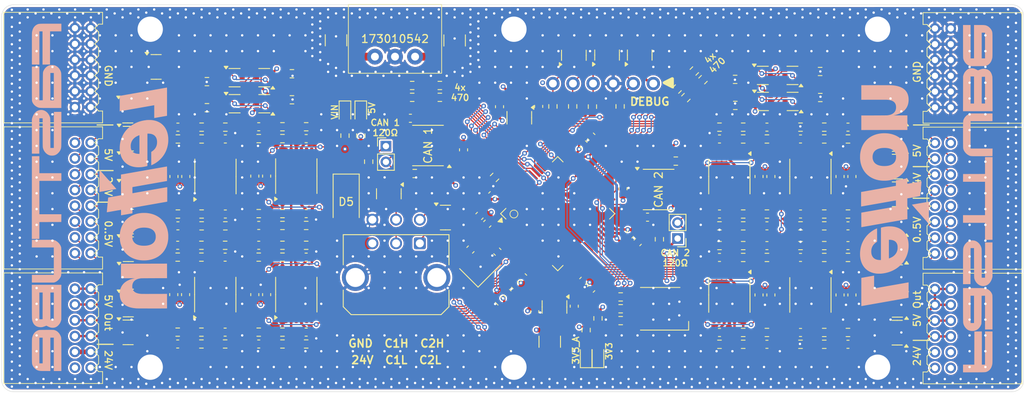
<source format=kicad_pcb>
(kicad_pcb
	(version 20240108)
	(generator "pcbnew")
	(generator_version "8.0")
	(general
		(thickness 1.6)
		(legacy_teardrops no)
	)
	(paper "A4")
	(layers
		(0 "F.Cu" signal)
		(1 "In1.Cu" signal)
		(2 "In2.Cu" signal)
		(31 "B.Cu" signal)
		(32 "B.Adhes" user "B.Adhesive")
		(33 "F.Adhes" user "F.Adhesive")
		(34 "B.Paste" user)
		(35 "F.Paste" user)
		(36 "B.SilkS" user "B.Silkscreen")
		(37 "F.SilkS" user "F.Silkscreen")
		(38 "B.Mask" user)
		(39 "F.Mask" user)
		(40 "Dwgs.User" user "User.Drawings")
		(41 "Cmts.User" user "User.Comments")
		(42 "Eco1.User" user "User.Eco1")
		(43 "Eco2.User" user "User.Eco2")
		(44 "Edge.Cuts" user)
		(45 "Margin" user)
		(46 "B.CrtYd" user "B.Courtyard")
		(47 "F.CrtYd" user "F.Courtyard")
		(48 "B.Fab" user)
		(49 "F.Fab" user)
		(50 "User.1" user)
		(51 "User.2" user)
		(52 "User.3" user)
		(53 "User.4" user)
		(54 "User.5" user)
		(55 "User.6" user)
		(56 "User.7" user)
		(57 "User.8" user)
		(58 "User.9" user)
	)
	(setup
		(stackup
			(layer "F.SilkS"
				(type "Top Silk Screen")
			)
			(layer "F.Paste"
				(type "Top Solder Paste")
			)
			(layer "F.Mask"
				(type "Top Solder Mask")
				(color "Black")
				(thickness 0.01)
			)
			(layer "F.Cu"
				(type "copper")
				(thickness 0.035)
			)
			(layer "dielectric 1"
				(type "prepreg")
				(thickness 0.1)
				(material "FR4")
				(epsilon_r 4.5)
				(loss_tangent 0.02)
			)
			(layer "In1.Cu"
				(type "copper")
				(thickness 0.035)
			)
			(layer "dielectric 2"
				(type "core")
				(thickness 1.24)
				(material "FR4")
				(epsilon_r 4.5)
				(loss_tangent 0.02)
			)
			(layer "In2.Cu"
				(type "copper")
				(thickness 0.035)
			)
			(layer "dielectric 3"
				(type "prepreg")
				(thickness 0.1)
				(material "FR4")
				(epsilon_r 4.5)
				(loss_tangent 0.02)
			)
			(layer "B.Cu"
				(type "copper")
				(thickness 0.035)
			)
			(layer "B.Mask"
				(type "Bottom Solder Mask")
				(color "Black")
				(thickness 0.01)
			)
			(layer "B.Paste"
				(type "Bottom Solder Paste")
			)
			(layer "B.SilkS"
				(type "Bottom Silk Screen")
			)
			(copper_finish "None")
			(dielectric_constraints no)
		)
		(pad_to_mask_clearance 0)
		(allow_soldermask_bridges_in_footprints no)
		(pcbplotparams
			(layerselection 0x00010fc_ffffffff)
			(plot_on_all_layers_selection 0x0000000_00000000)
			(disableapertmacros no)
			(usegerberextensions no)
			(usegerberattributes yes)
			(usegerberadvancedattributes yes)
			(creategerberjobfile yes)
			(dashed_line_dash_ratio 12.000000)
			(dashed_line_gap_ratio 3.000000)
			(svgprecision 4)
			(plotframeref no)
			(viasonmask no)
			(mode 1)
			(useauxorigin no)
			(hpglpennumber 1)
			(hpglpenspeed 20)
			(hpglpendiameter 15.000000)
			(pdf_front_fp_property_popups yes)
			(pdf_back_fp_property_popups yes)
			(dxfpolygonmode yes)
			(dxfimperialunits yes)
			(dxfusepcbnewfont yes)
			(psnegative no)
			(psa4output no)
			(plotreference yes)
			(plotvalue yes)
			(plotfptext yes)
			(plotinvisibletext no)
			(sketchpadsonfab no)
			(subtractmaskfromsilk no)
			(outputformat 1)
			(mirror no)
			(drillshape 1)
			(scaleselection 1)
			(outputdirectory "")
		)
	)
	(net 0 "")
	(net 1 "GND")
	(net 2 "/A8")
	(net 3 "/WS1")
	(net 4 "/A11")
	(net 5 "/A7")
	(net 6 "/A1")
	(net 7 "/STATUS1")
	(net 8 "/A5")
	(net 9 "/A12")
	(net 10 "/D2")
	(net 11 "+3V3")
	(net 12 "/A14")
	(net 13 "/A10")
	(net 14 "/SWDIO")
	(net 15 "/WS2")
	(net 16 "/A13")
	(net 17 "/A16")
	(net 18 "/SWCLK")
	(net 19 "/D5")
	(net 20 "/D1")
	(net 21 "/CAN2_TX")
	(net 22 "/A15")
	(net 23 "/A6")
	(net 24 "/D4")
	(net 25 "/STATUS2")
	(net 26 "/CAN1_RX")
	(net 27 "/A4")
	(net 28 "/CAN1_TX")
	(net 29 "/CAN2_RX")
	(net 30 "/A3")
	(net 31 "/A9")
	(net 32 "/A2")
	(net 33 "/D6")
	(net 34 "/D3")
	(net 35 "Net-(C4-Pad1)")
	(net 36 "Net-(U3A-+)")
	(net 37 "Net-(U3D-+)")
	(net 38 "Net-(U3A--)")
	(net 39 "Net-(U3D--)")
	(net 40 "Net-(U4A-+)")
	(net 41 "Net-(U4D-+)")
	(net 42 "Net-(U4A--)")
	(net 43 "Net-(U4D--)")
	(net 44 "Net-(U5A-+)")
	(net 45 "Net-(U5D-+)")
	(net 46 "Net-(U5A--)")
	(net 47 "Net-(U5D--)")
	(net 48 "Net-(U6A-+)")
	(net 49 "Net-(U6D-+)")
	(net 50 "Net-(U6A--)")
	(net 51 "Net-(C19-Pad1)")
	(net 52 "Net-(U6D--)")
	(net 53 "Net-(C38-Pad1)")
	(net 54 "Net-(U3B-+)")
	(net 55 "Net-(U3C-+)")
	(net 56 "Net-(U4B-+)")
	(net 57 "Net-(U4C-+)")
	(net 58 "Net-(U5B-+)")
	(net 59 "Net-(U5C-+)")
	(net 60 "Net-(U6B-+)")
	(net 61 "Net-(U6C-+)")
	(net 62 "+5V")
	(net 63 "/SWO")
	(net 64 "/NRST")
	(net 65 "/STATUS_B")
	(net 66 "/STATUS_G")
	(net 67 "/STATUS_R")
	(net 68 "Net-(U12-STB)")
	(net 69 "/CAN1_H")
	(net 70 "/CAN1_L")
	(net 71 "/CAN2_L")
	(net 72 "/CAN2_H")
	(net 73 "Net-(U2-PH1)")
	(net 74 "Net-(U2-PH0)")
	(net 75 "Net-(C20-Pad1)")
	(net 76 "Net-(C25-Pad1)")
	(net 77 "Net-(C26-Pad1)")
	(net 78 "Net-(C31-Pad1)")
	(net 79 "Net-(C32-Pad1)")
	(net 80 "Net-(C37-Pad1)")
	(net 81 "Net-(D2-A1)")
	(net 82 "Net-(D2-A2)")
	(net 83 "Net-(D3-A1)")
	(net 84 "Net-(D3-A2)")
	(net 85 "Net-(D4-AR)")
	(net 86 "Net-(D4-AB)")
	(net 87 "Net-(D4-AG)")
	(net 88 "Net-(JP3-A)")
	(net 89 "Net-(JP4-A)")
	(net 90 "Net-(U2-BOOT0)")
	(net 91 "Net-(U11-STB)")
	(net 92 "unconnected-(U1-NC-Pad5)")
	(net 93 "unconnected-(U1-NC-Pad4)")
	(net 94 "unconnected-(U2-PC13-Pad2)")
	(net 95 "unconnected-(U2-PC14-Pad3)")
	(net 96 "unconnected-(U2-PC15-Pad4)")
	(net 97 "+24V")
	(net 98 "/JR1")
	(net 99 "/JR2")
	(net 100 "/JR3")
	(net 101 "/JR4")
	(net 102 "/JR6")
	(net 103 "/JR5")
	(net 104 "/JR7")
	(net 105 "/JR8")
	(net 106 "/JR9")
	(net 107 "/JR10")
	(net 108 "/JR11")
	(net 109 "/JR12")
	(net 110 "/JR13")
	(net 111 "/JR14")
	(net 112 "/JR16")
	(net 113 "/JR15")
	(net 114 "/JL2")
	(net 115 "/JL1")
	(net 116 "/JL3")
	(net 117 "/JL4")
	(net 118 "/JL5")
	(net 119 "/JL6")
	(net 120 "/JL7")
	(net 121 "/JL8")
	(net 122 "/JL9")
	(net 123 "/JL10")
	(net 124 "/JL11")
	(net 125 "/JL12")
	(net 126 "/JL13")
	(net 127 "/JL14")
	(net 128 "/JL15")
	(net 129 "/JL16")
	(net 130 "+24V_IN")
	(net 131 "Net-(U10C-+)")
	(net 132 "Net-(U10B-+)")
	(net 133 "Net-(U10D--)")
	(net 134 "Net-(C62-Pad1)")
	(net 135 "Net-(C61-Pad1)")
	(net 136 "Net-(U10A--)")
	(net 137 "Net-(U10D-+)")
	(net 138 "Net-(U10A-+)")
	(net 139 "Net-(C56-Pad1)")
	(net 140 "Net-(C55-Pad1)")
	(net 141 "Net-(C50-Pad1)")
	(net 142 "Net-(C49-Pad1)")
	(net 143 "Net-(C44-Pad1)")
	(net 144 "Net-(C43-Pad1)")
	(net 145 "Net-(U9C-+)")
	(net 146 "Net-(U9B-+)")
	(net 147 "Net-(U8C-+)")
	(net 148 "Net-(U8B-+)")
	(net 149 "Net-(U7C-+)")
	(net 150 "Net-(U7B-+)")
	(net 151 "Net-(U9D--)")
	(net 152 "Net-(U9A--)")
	(net 153 "Net-(U9D-+)")
	(net 154 "Net-(U9A-+)")
	(net 155 "Net-(U8D--)")
	(net 156 "Net-(U8A--)")
	(net 157 "Net-(U8D-+)")
	(net 158 "Net-(U8A-+)")
	(net 159 "Net-(U7D--)")
	(net 160 "Net-(U7A--)")
	(net 161 "Net-(U7D-+)")
	(net 162 "Net-(U7A-+)")
	(net 163 "unconnected-(D1-A2-Pad2)")
	(net 164 "Net-(D14-A)")
	(net 165 "Net-(D16-A)")
	(net 166 "Net-(D18-A)")
	(net 167 "/PWM2_2")
	(net 168 "/PWM1_1")
	(net 169 "/PWM1_2")
	(net 170 "/PWM1_3")
	(net 171 "/PWM3_1")
	(net 172 "/PWM3_2")
	(net 173 "/PWM1_4")
	(net 174 "/PWM2_1")
	(net 175 "+3V3_A")
	(net 176 "unconnected-(U14-NC-Pad4)")
	(net 177 "unconnected-(U14-NC-Pad5)")
	(net 178 "Net-(D20-A)")
	(footprint "Capacitor_SMD:C_0603_1608Metric" (layer "F.Cu") (at 157.526866 106.646284 135))
	(footprint "Resistor_SMD:R_0603_1608Metric" (layer "F.Cu") (at 182.368303 115.126183 180))
	(footprint "Resistor_SMD:R_0603_1608Metric" (layer "F.Cu") (at 192.618303 115.126183 180))
	(footprint "Resistor_SMD:R_0603_1608Metric" (layer "F.Cu") (at 163.8 84.999479 -90))
	(footprint "Capacitor_SMD:C_0603_1608Metric" (layer "F.Cu") (at 130.093303 104.086183))
	(footprint "Resistor_SMD:R_0603_1608Metric" (layer "F.Cu") (at 198.618303 113.626183))
	(footprint "Resistor_SMD:R_0603_1608Metric" (layer "F.Cu") (at 124.093303 113.586183 180))
	(footprint "Resistor_SMD:R_0603_1608Metric" (layer "F.Cu") (at 137 88.7 90))
	(footprint "Resistor_SMD:R_0603_1608Metric" (layer "F.Cu") (at 113.843303 104.086183 180))
	(footprint "Capacitor_SMD:C_0603_1608Metric" (layer "F.Cu") (at 114.868303 93.876183 90))
	(footprint "Capacitor_SMD:C_0603_1608Metric" (layer "F.Cu") (at 199.118303 108.876183 -90))
	(footprint "Package_TO_SOT_SMD:SOT-23" (layer "F.Cu") (at 204.868303 96.126183 180))
	(footprint "Capacitor_SMD:C_0603_1608Metric" (layer "F.Cu") (at 124.093303 102.586183))
	(footprint "Resistor_SMD:R_0603_1608Metric" (layer "F.Cu") (at 147 82.35))
	(footprint "LED_SMD:LED_0603_1608Metric" (layer "F.Cu") (at 165.5 116.6 90))
	(footprint "Resistor_SMD:R_0603_1608Metric" (layer "F.Cu") (at 130.093303 115.086183))
	(footprint "Package_TO_SOT_SMD:SOT-23" (layer "F.Cu") (at 107.593303 89.086183))
	(footprint "Package_TO_SOT_SMD:SOT-23" (layer "F.Cu") (at 172.281697 78.5 90))
	(footprint "Resistor_SMD:R_0603_1608Metric" (layer "F.Cu") (at 195.618303 100.126183 180))
	(footprint "Resistor_SMD:R_0603_1608Metric" (layer "F.Cu") (at 154.557018 109.616132 -45))
	(footprint "Resistor_SMD:R_0603_1608Metric" (layer "F.Cu") (at 147 83.85))
	(footprint "Resistor_SMD:R_0603_1608Metric" (layer "F.Cu") (at 185.368303 102.626183 180))
	(footprint "Capacitor_SMD:C_0603_1608Metric" (layer "F.Cu") (at 198.618303 115.126183 180))
	(footprint "Capacitor_SMD:C_0603_1608Metric" (layer "F.Cu") (at 154.549999 85.0375 90))
	(footprint "Capacitor_SMD:C_0603_1608Metric" (layer "F.Cu") (at 150.868303 103.126183 -135))
	(footprint "Resistor_SMD:R_0603_1608Metric" (layer "F.Cu") (at 188.368303 113.626183))
	(footprint "Resistor_SMD:R_0603_1608Metric" (layer "F.Cu") (at 192.618303 102.626183 180))
	(footprint "Resistor_SMD:R_0603_1608Metric" (layer "F.Cu") (at 176.843303 91.926183 180))
	(footprint "Resistor_SMD:R_0603_1608Metric" (layer "F.Cu") (at 127.093303 100.076183))
	(footprint "Resistor_SMD:R_0603_1608Metric" (layer "F.Cu") (at 128.293303 84.161183 180))
	(footprint "Resistor_SMD:R_0603_1608Metric" (layer "F.Cu") (at 127.093303 115.086183))
	(footprint "Package_TO_SOT_SMD:SOT-23" (layer "F.Cu") (at 107.593303 92.586183))
	(footprint "Capacitor_SMD:C_0603_1608Metric" (layer "F.Cu") (at 119.868303 89.126183))
	(footprint "Package_TO_SOT_SMD:SOT-23" (layer "F.Cu") (at 204.868303 110.126183 180))
	(footprint "Resistor_SMD:R_0603_1608Metric" (layer "F.Cu") (at 138 92 -90))
	(footprint "Capacitor_SMD:C_0603_1608Metric" (layer "F.Cu") (at 188.368303 115.126183 180))
	(footprint "Package_TO_SOT_SMD:SOT-23-5" (layer "F.Cu") (at 157.049999 86.4375 -90))
	(footprint "Capacitor_SMD:C_1210_3225Metric" (layer "F.Cu") (at 160.9 114.8 -90))
	(footprint "Package_SO:TSSOP-14_4.4x5mm_P0.65mm" (layer "F.Cu") (at 128.843303 93.826183 90))
	(footprint "Package_TO_SOT_SMD:SOT-363_SC-70-6" (layer "F.Cu") (at 121.040767 81.361183))
	(footprint "Package_SO:TSSOP-14_4.4x5mm_P0.65mm"
		(layer "F.Cu")
		(uuid "39182ada-6575-45e0-af79-a03cf47ff8f1")
		(at 118.618303 93.876183 90)
		(descr "TSSOP, 14 Pin (JEDEC MO-153 Var AB-1 https://www.jedec.org/document_search?search_api_views_fulltext=MO-153), generated with kicad-footprint-generator ipc_gullwing_generator.py")
		(tags "TSSOP SO")
		(property "Reference" "U8"
			(at 0 0 90)
			(layer "F.SilkS")
			(hide yes)
			(uuid "854be8d8-4dc7-46b3-9704-e1b9f71626a5")
			(effects
				(font
					(size 1 1)
					(thickness 0.15)
				)
			)
		)
		(property "Value" "TSL6204"
			(at 0 3.45 90)
			(layer "F.Fab")
			(uuid "cb19262f-3d07-454c-bd61-f7612b8985e2")
			(effects
				(font
					(size 1 1)
					(thickness 0.15)
				)
			)
		)
		(property "Footprint" "Package_SO:TSSOP-14_4.4x5mm_P0.65mm"
			(at 0 0 90)
			(unlocked yes)
			(layer "F.Fab")
			(hide yes)
			(uuid "34478776-355a-43d6-bd8d-4e1d7d5a421c")
			(effects
				(font
					(size 1.27 1.27)
					(thickness 0.15)
				)
			)
		)
		(property "Datasheet" "https://www.st.com/resource/en/datasheet/tsl6201.pdf"
			(at 0 0 90)
			(unlocked yes)
			(layer "F.Fab")
			(hide yes)
			(uuid "f2341e7c-9817-4217-a7a6-2063d0d79bf5")
			(effects
				(font
					(size 1.27 1.27)
					(thickness 0.15)
				)
			)
		)
		(property "Description" "Quad operational amplifier"
			(at 0 0 90)
			(unlocked yes)
			(layer "F.Fab")
			(hide yes)
			(uuid "f8a04f43-29f4-4894-a4a6-cd433060778a")
			(effects
				(font
					(size 1.27 1.27)
					(thickness 0.15)
				)
			)
		)
		(property "Sim.Library" "${KICAD7_SYMBOL_DIR}/Simulation_SPICE.sp"
			(at 0 0 90)
			(unlocked yes)
			(layer "F.Fab")
			(hide yes)
			(uuid "bc91a07a-14ed-44b9-a1ba-1ede6d0a4c6f")
			(effects
				(font
					(size 1 1)
					(thickness 0.15)
				)
			)
		)
		(property "Sim.Name" "kicad_builtin_opamp_quad"
			(at 0 0 90)
			(unlocked yes)
			(layer "F.Fab")
			(hide yes)
			(uuid "45677e55-9398-4f5c-a647-07c938627275")
			(effects
				(font
					(size 1 1)
					(thickness 0.15)
				)
			)
		)
		(property "Sim.Device" "SUBCKT"
			(at 0 0 90)
			(unlocked yes)
			(layer "F.Fab")
			(hide yes)
			(uuid "d7a79aa0-9183-4654-abe6-297d48e29049")
			(effects
				(font
					(size 1 1)
					(thickness 0.15)
				)
			)
		)
		(property "Sim.Pins" "1=out1 2=in1- 3=in1+ 4=vcc 5=in2+ 6=in2- 7=out2 8=out3 9=in3- 10=in3+ 11=vee 12=in4+ 13=in4- 14=out4"
			(at 0 0 90)
			(unlocked yes)
			(layer "F.Fab")
			(hide yes)
			(uuid "9da5d8b6-90d1-49da-be42-26490308b1b2")
			(effects
				(font
					(size 1 1)
					(thickness 0.15)
				)
			)
		)
		(property ki_fp_filters "SOIC*3.9x8.7mm*P1.27mm* DIP*W7.62mm* TSSOP*4.4x5mm*P0.65mm* SSOP*5.3x6.2mm*P0.65mm*")
		(path "/69234e94-36d3-44e4-aa20-049afb029ec2/f13b6281-1eb5-4367-b4fc-9c064f78f59c")
		(sheetname "Double ADC Filter5")
		(sheetfile "doubleFilterstage.kicad_sch")
		(attr smd)
		(fp_line
			(start 0 -2.61)
			(end 2.2 -2.61)
			(stroke
				(width 0.12)
				(type solid)
			)
			(layer "F.SilkS")
			(uuid "ba6ae70a-ec4c-4483-849e-70394ff76ae0")
		)
		(fp_line
			(start 0 -2.61)
			(end -2.2 -2.61)
			(stroke
				(width 0.12)
				(type solid)
			)
			(layer "F.SilkS")
			(uuid "379d2cd4-2820-4cd9-bb8b-47d1ba56e41b")
		)
		(fp_line
			(start 0 2.61)
			(end 2.2 2.61)
			(stroke
				(width 0.12)
				(type solid)
			)
			(layer "F.SilkS")
			(uuid "16c67d04-4cf0-497e-b335-d5b4c3a98791")
		)
		(fp_line
			(start 0 2.61)
			(end -2.2 2.61)
			(stroke
				(width 0.12)
				(type solid)
			)
			(layer "F.SilkS")
			(uuid "6c1f8f54-3195-41a5-a193-f7877e80a4da")
		)
		(fp_poly
			(pts
				(xy -2.9 -2.41) (xy -3.14 -2.74) (xy -2.66 -2.74) (xy -2.9 -2.41)
			)
			(stroke
				(width 0.12)
				(type solid)
			)
			(fill solid)
			(layer "F.SilkS")
			(uuid "2017ec81-4e10-4dc4-9a59-aff33f37378c")
		)
		(fp_line
			(start 3.85 -2.75)
			(end -3.85 -2.75)
			(stroke
				(width 0.05)
				(type solid)
			)
			(layer "F.CrtYd")
			(uuid "7a9702f1-9635-44ca-a787-43e3b7538be6")
		)
		(fp_line
			(start -3.85 -2.75)
			(end -3.85 2.75)
			(stroke
				(width 0.05)
				(type solid)
			)
			(layer "F.CrtYd")
			(uuid "7561ce8e-a173-4a04-afe7-3c064747da65")
		)
		(fp_line
			(start 3.85 2.75)
			(end 3.85 -2.75)
			(stroke
				(width 0.05)
				(type solid)
			)
			(layer "F.CrtYd")
			(uuid "c25ff500-fe5f-48ca-ba2a-281be83397f3")
		)
		(fp_line
			(start -3.85 2.75)
			(end 3.85 2.75)
			(stroke
				(width 0.05)
				(type solid)
			)
			(layer "F.CrtYd")
			(uuid "b8d3cd41-d138-434c-8bb3-b54f44ee8cee")
		)
		(fp_line
			(start 2.2 -2.5)
			(end 2.2 2.5)
			(stroke
				(width 0.1)
				(type solid)
			)
			(layer "F.Fab")
			(uuid "15b0bc70-2ac0-4f80-997b-371b7aaba0f7")
		)
		(fp_line
			(start -1.2 -2.5)
			(end 2.2 -2.5)
			(stroke
				(width 0.1)
				(type solid)
			)
			(layer "F.Fab")
			(uuid "58064f7e-ad85-4134-949d-68eb2aae7fdf")
		)
		(fp_line
			(start -2.2 -1.5)
			(end -1.2 -2.5)
			(stroke
				(width 0.1)
				(type solid)
			)
			(layer "F.Fab")
			(uuid "0d97315d-36a0-44b2-a8e1-0f735dfdc65d")
		)
		(fp_line
			(start 2.2 2.5)
			(end -2.2 2.5)
			(stroke
				(width 0.1)
				(type solid)
			)
			(layer "F.Fab")
			(uuid "b753c98e-d357-4fae-8f4b-788cde37c4c1")
		)
		(fp_line
			(start -2.2 2.5)
			(end -2.2 -1.5)
			(stroke
				(width 0.1)
				(type solid)
			)
			(layer "F.Fab")
			(uuid "3f5c4398-ebb4-4427-8dba-75104025e4fa")
		)
		(fp_text user "${REFERENCE}"
			(at 0 0 90)
			(layer "F.Fab")
			(uuid "8b87d184-1ffc-43d5-aeaf-7062f467ebd0")
			(effects
				(font
					(size 1 1)
					(thickness 0.15)
				)
			)
		)
		(pad "1" smd roundrect
			(at -2.8625 -1.95 90)
			(size 1.475 0.4)
			(layers "F.Cu" "F.Paste" "F.Mask")
			(roundrect_rratio 0.25)
			(net 156 "Net-(U8A--)")
			(pintype "output")
			(uuid "1f5aa067-3d7b-432e-9994-494977e07fd9")
		)
		(pad "2" smd roundrect
			(at -2.8625 -1.3 90)
			(size 1.475 0.4)
			(layers "F.Cu" "F.Paste" "F.Mask")
			(roundrect_rratio 0.25)
			(net 156 "Net-(U8A--)")
			(pinfunction "-")
			(pintype "input")
			(uuid "9dc69672-07a5-41dc-86da-ffd801bf666e")
		)
		(pad "3" smd roundrect
			(at -2.8625 -0.65 90)
			(size 1.475 0.4)
			(layers "F.Cu" "F.Paste" "F.Mask")
			(roundrect_rratio 0.25)
			(net 158 "Net-(U8A-+)")
			(pinfunction "+")
			(pintype "input")
			(uuid "b16
... [4506371 chars truncated]
</source>
